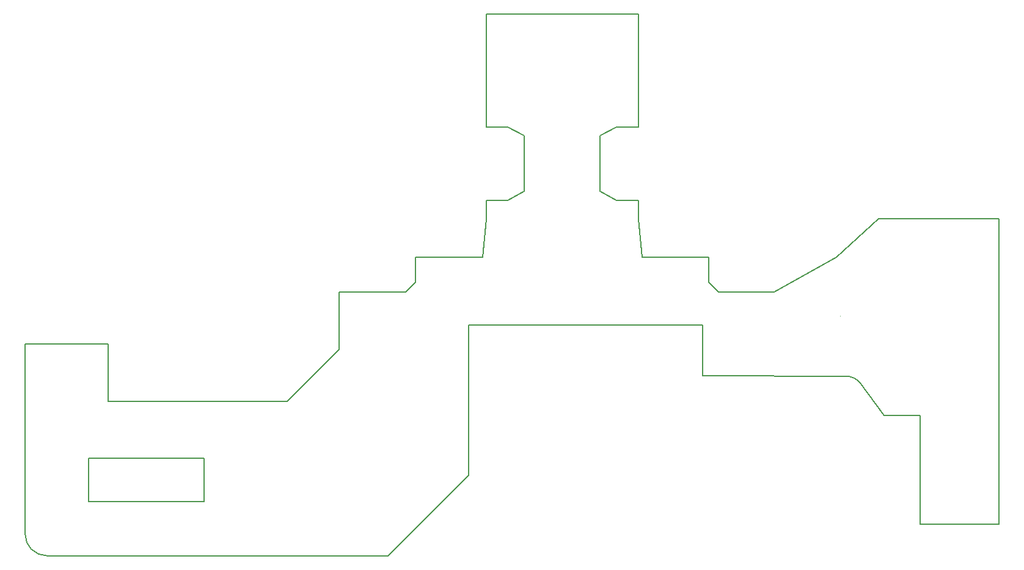
<source format=gbr>
%TF.GenerationSoftware,KiCad,Pcbnew,9.0.2*%
%TF.CreationDate,2025-07-08T14:50:53+02:00*%
%TF.ProjectId,FMControllerSeed,464d436f-6e74-4726-9f6c-6c6572536565,rev?*%
%TF.SameCoordinates,Original*%
%TF.FileFunction,Profile,NP*%
%FSLAX46Y46*%
G04 Gerber Fmt 4.6, Leading zero omitted, Abs format (unit mm)*
G04 Created by KiCad (PCBNEW 9.0.2) date 2025-07-08 14:50:53*
%MOMM*%
%LPD*%
G01*
G04 APERTURE LIST*
%TA.AperFunction,Profile*%
%ADD10C,0.200000*%
%TD*%
%TA.AperFunction,Profile*%
%ADD11C,0.010050*%
%TD*%
G04 APERTURE END LIST*
D10*
X155568248Y-66949367D02*
X158568248Y-66949367D01*
X208553529Y-87694622D02*
X208553529Y-121982700D01*
X187396911Y-101508372D02*
G75*
G02*
X189331256Y-102487696I-11J-2400028D01*
G01*
X142800000Y-68199367D02*
X142800000Y-75899367D01*
X142800000Y-75899367D02*
X140500000Y-77149367D01*
X169718247Y-89875625D02*
X168368248Y-88444878D01*
X168368248Y-84980777D02*
X159068248Y-84980777D01*
X208553529Y-87694622D02*
X208553529Y-83197749D01*
X140500000Y-77149367D02*
X137500000Y-77149367D01*
X177418247Y-89875626D02*
X169718247Y-89875625D01*
X192632461Y-106982700D02*
X189331223Y-102487720D01*
X85093172Y-96999984D02*
X85093195Y-105000005D01*
X197632461Y-106982700D02*
X192632461Y-106982700D01*
X137500000Y-66949367D02*
X140500000Y-66949367D01*
X208553529Y-79697418D02*
X191872685Y-79697418D01*
X158568248Y-66949367D02*
X158568248Y-52334453D01*
X197632461Y-121982700D02*
X208553529Y-121982700D01*
X186068248Y-84980777D02*
X177418247Y-89875626D01*
X137500000Y-52334453D02*
X137500000Y-66949367D01*
X191872685Y-79697418D02*
X186068248Y-84980777D01*
X117150000Y-97796913D02*
X109941295Y-105000000D01*
X123863403Y-126382700D02*
X76600002Y-126382736D01*
X137500000Y-52334453D02*
X137500000Y-51334448D01*
X158568248Y-79784624D02*
X158568248Y-77149367D01*
X158568248Y-52334453D02*
X158568248Y-51334001D01*
X137500000Y-79784624D02*
X137000000Y-84980777D01*
X159068248Y-84980777D02*
X158568248Y-79784624D01*
X126350000Y-89875625D02*
X117150000Y-89875625D01*
X158568248Y-77149367D02*
X155568248Y-77149367D01*
X167499945Y-101464380D02*
X167500054Y-94382700D01*
D11*
X186587991Y-93182700D02*
G75*
G02*
X186577941Y-93182700I-5025J0D01*
G01*
X186577941Y-93182700D02*
G75*
G02*
X186587991Y-93182700I5025J0D01*
G01*
D10*
X153268248Y-75899367D02*
X153268248Y-68199367D01*
X117150000Y-89875625D02*
X117150000Y-97796913D01*
X153268248Y-68199367D02*
X155568248Y-66949367D01*
X127700000Y-84980777D02*
X127700000Y-88444878D01*
X109941295Y-105000000D02*
X85093195Y-105000005D01*
X73600000Y-97000000D02*
X73600000Y-123382736D01*
X208553529Y-79697418D02*
X208553529Y-83197749D01*
X123863403Y-126382700D02*
X135034124Y-115223140D01*
X187396911Y-101508372D02*
X167499945Y-101464380D01*
X158568248Y-51334001D02*
X137500000Y-51334001D01*
X135034124Y-94382700D02*
X167500054Y-94382700D01*
X137000000Y-84980777D02*
X127700000Y-84980777D01*
X155568248Y-77149367D02*
X153268248Y-75899367D01*
X135034124Y-115223140D02*
X135034124Y-94382700D01*
X85093172Y-96999984D02*
X73600000Y-97000000D01*
X127700000Y-88444878D02*
X126350000Y-89875625D01*
X137500000Y-77149367D02*
X137500000Y-79784624D01*
X76600002Y-126382736D02*
G75*
G02*
X73599964Y-123382736I-2J3000036D01*
G01*
X197632461Y-106982700D02*
X197632461Y-121982700D01*
X140500000Y-66949367D02*
X142800000Y-68199367D01*
X168368248Y-88444878D02*
X168368248Y-84980777D01*
%TO.C,U1*%
X82381259Y-112878645D02*
X98381259Y-112878645D01*
X82381259Y-118878645D02*
X82381259Y-112878645D01*
X98381259Y-112878645D02*
X98381259Y-118878645D01*
X98381259Y-118878645D02*
X82381259Y-118878645D01*
%TD*%
M02*

</source>
